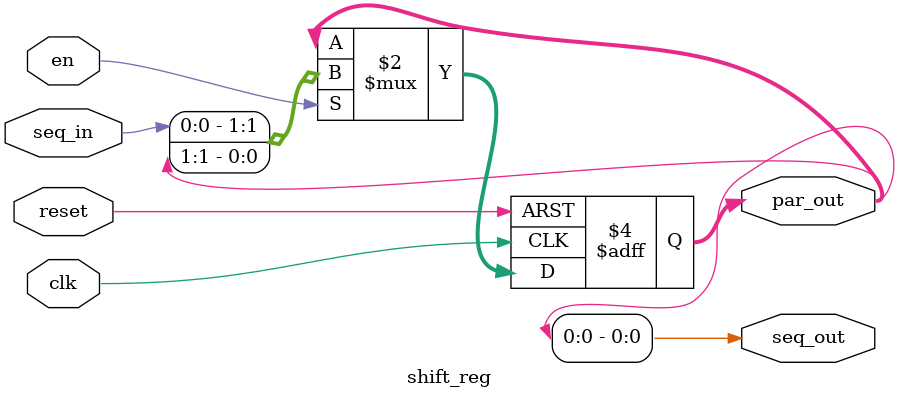
<source format=sv>

module shift_reg
# (
    parameter depth = 2
) 
(
    input                      clk,
    input                      reset,
    input                      en,
    input                      seq_in,
    output                     seq_out,
    output logic [depth - 1:0] par_out
);

    always_ff @ (posedge clk or posedge reset)
        if (reset)
            par_out <= '0;
        else if (en)
            par_out <= { seq_in, par_out [depth - 1:1] };

    assign seq_out = par_out [0];

endmodule

</source>
